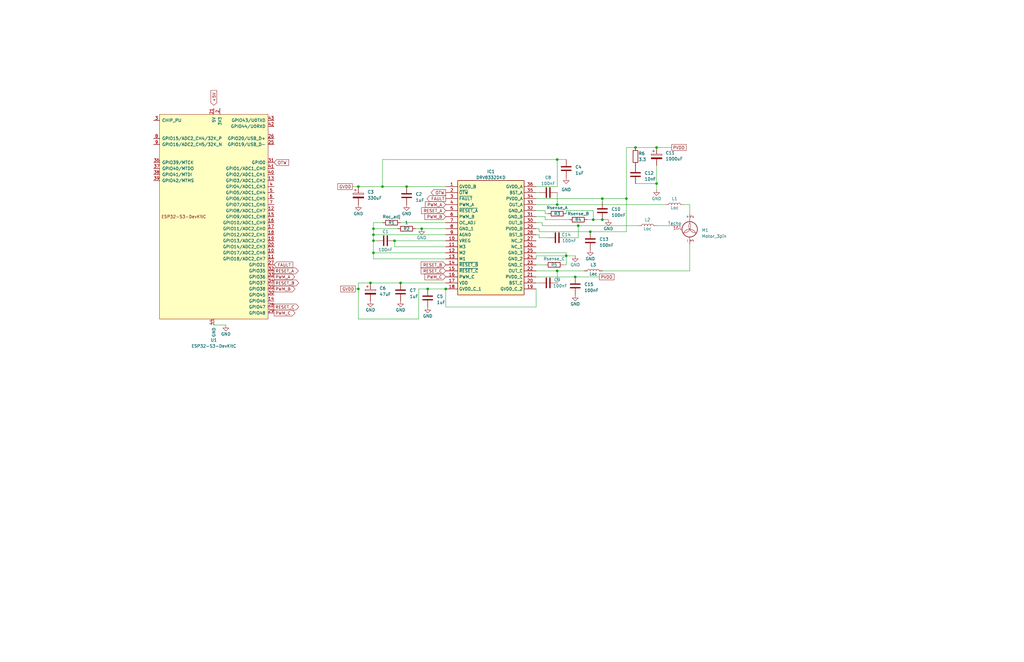
<source format=kicad_sch>
(kicad_sch (version 20230121) (generator eeschema)
  (paper "B")
  (lib_symbols
    (symbol "DRV8332DKD:DRV8332DKD"
      (property "Reference" "IC" (at 34.29 7.62 0))
      (property "Value" "DRV8332DKD" (at 34.29 5.08 0))
      (symbol "DRV8332DKD_1_1"
        (rectangle (start 5.08 2.54) (end 33.02 -45.72) (stroke (width 0.254)) (fill (type background)))
        (pin passive line (at 0 0 0) (length 5.08) (name "GVDD_B") (number "1"))
        (pin passive line (at 0 -22.86 0) (length 5.08) (name "VREG") (number "10"))
        (pin passive line (at 0 -25.4 0) (length 5.08) (name "M3") (number "11"))
        (pin passive line (at 0 -27.94 0) (length 5.08) (name "M2") (number "12"))
        (pin passive line (at 0 -30.48 0) (length 5.08) (name "M1") (number "13"))
        (pin passive line (at 0 -33.02 0) (length 5.08) (name "~{RESET_B}") (number "14"))
        (pin passive line (at 0 -35.56 0) (length 5.08) (name "~{RESET_C}") (number "15"))
        (pin passive line (at 0 -38.1 0) (length 5.08) (name "PWM_C") (number "16"))
        (pin passive line (at 0 -40.64 0) (length 5.08) (name "VDD") (number "17"))
        (pin passive line (at 0 -43.18 0) (length 5.08) (name "GVDD_C_1") (number "18"))
        (pin passive line (at 38.1 -43.18 180) (length 5.08) (name "GVDD_C_2") (number "19"))
        (pin passive line (at 0 -2.54 0) (length 5.08) (name "~{OTW}") (number "2"))
        (pin passive line (at 38.1 -40.64 180) (length 5.08) (name "BST_C") (number "20"))
        (pin passive line (at 38.1 -38.1 180) (length 5.08) (name "PVDD_C") (number "21"))
        (pin passive line (at 38.1 -35.56 180) (length 5.08) (name "OUT_C") (number "22"))
        (pin passive line (at 38.1 -33.02 180) (length 5.08) (name "GND_C") (number "23"))
        (pin passive line (at 38.1 -30.48 180) (length 5.08) (name "GND_2") (number "24"))
        (pin passive line (at 38.1 -27.94 180) (length 5.08) (name "GND_3") (number "25"))
        (pin passive line (at 38.1 -25.4 180) (length 5.08) (name "NC_1") (number "26"))
        (pin passive line (at 38.1 -22.86 180) (length 5.08) (name "NC_2") (number "27"))
        (pin passive line (at 38.1 -20.32 180) (length 5.08) (name "BST_B") (number "28"))
        (pin passive line (at 38.1 -17.78 180) (length 5.08) (name "PVDD_B") (number "29"))
        (pin passive line (at 0 -5.08 0) (length 5.08) (name "~{FAULT}") (number "3"))
        (pin passive line (at 38.1 -15.24 180) (length 5.08) (name "OUT_B") (number "30"))
        (pin passive line (at 38.1 -12.7 180) (length 5.08) (name "GND_B") (number "31"))
        (pin passive line (at 38.1 -10.16 180) (length 5.08) (name "GND_A") (number "32"))
        (pin passive line (at 38.1 -7.62 180) (length 5.08) (name "OUT_A") (number "33"))
        (pin passive line (at 38.1 -5.08 180) (length 5.08) (name "PVDD_A") (number "34"))
        (pin passive line (at 38.1 -2.54 180) (length 5.08) (name "BST_A") (number "35"))
        (pin passive line (at 38.1 0 180) (length 5.08) (name "GVDD_A") (number "36"))
        (pin passive line (at 0 -7.62 0) (length 5.08) (name "PWM_A") (number "4"))
        (pin passive line (at 0 -10.16 0) (length 5.08) (name "~{RESET_A}") (number "5"))
        (pin passive line (at 0 -12.7 0) (length 5.08) (name "PWM_B") (number "6"))
        (pin passive line (at 0 -15.24 0) (length 5.08) (name "OC_ADJ") (number "7"))
        (pin passive line (at 0 -17.78 0) (length 5.08) (name "GND_1") (number "8"))
        (pin passive line (at 0 -20.32 0) (length 5.08) (name "AGND") (number "9"))
      )
    )
    (symbol "Device:C" (pin_numbers hide) (pin_names (offset 0.254))
      (property "Reference" "C" (at 0.635 2.54 0))
      (property "Value" "C" (at 0.635 -2.54 0))
      (symbol "C_0_1"
        (polyline (pts (xy -2.032 -0.762) (xy 2.032 -0.762)) (stroke (width 0.508)))
        (polyline (pts (xy -2.032 0.762) (xy 2.032 0.762)) (stroke (width 0.508)))
      )
      (symbol "C_1_1"
        (pin passive line (at 0 3.81 270) (length 2.794) (name "~") (number "1"))
        (pin passive line (at 0 -3.81 90) (length 2.794) (name "~") (number "2"))
      )
    )
    (symbol "Device:C_Polarized" (pin_numbers hide) (pin_names (offset 0.254))
      (property "Reference" "C" (at 0.635 2.54 0))
      (property "Value" "C_Polarized" (at 0.635 -2.54 0))
      (symbol "C_Polarized_0_1"
        (rectangle (start -2.286 0.508) (end 2.286 1.016))
        (polyline (pts (xy -1.778 2.286) (xy -0.762 2.286)))
        (polyline (pts (xy -1.27 2.794) (xy -1.27 1.778)))
        (rectangle (start 2.286 -0.508) (end -2.286 -1.016) (fill (type outline)))
      )
      (symbol "C_Polarized_1_1"
        (pin passive line (at 0 3.81 270) (length 2.794) (name "~") (number "1"))
        (pin passive line (at 0 -3.81 90) (length 2.794) (name "~") (number "2"))
      )
    )
    (symbol "Device:L" (pin_numbers hide) (pin_names (offset 1.016) hide)
      (property "Reference" "L" (at -1.27 0 90))
      (property "Value" "L" (at 1.905 0 90))
      (symbol "L_0_1"
        (arc (start 0 -2.54) (mid 0.6323 -1.905) (end 0 -1.27))
        (arc (start 0 -1.27) (mid 0.6323 -0.635) (end 0 0))
        (arc (start 0 0) (mid 0.6323 0.635) (end 0 1.27))
        (arc (start 0 1.27) (mid 0.6323 1.905) (end 0 2.54))
      )
      (symbol "L_1_1"
        (pin passive line (at 0 3.81 270) (length 1.27) (name "1") (number "1"))
        (pin passive line (at 0 -3.81 90) (length 1.27) (name "2") (number "2"))
      )
    )
    (symbol "Device:R" (pin_numbers hide) (pin_names (offset 0))
      (property "Reference" "R" (at 2.032 0 90))
      (property "Value" "R" (at 0 0 90))
      (symbol "R_0_1"
        (rectangle (start -1.016 -2.54) (end 1.016 2.54) (stroke (width 0.254)))
      )
      (symbol "R_1_1"
        (pin passive line (at 0 3.81 270) (length 1.27) (name "~") (number "1"))
        (pin passive line (at 0 -3.81 90) (length 1.27) (name "~") (number "2"))
      )
    )
    (symbol "Espressif:ESP32-S3-DevKitC" (pin_names (offset 1.016))
      (property "Reference" "U" (at -22.86 48.26 0))
      (property "Value" "ESP32-S3-DevKitC" (at -22.86 45.72 0))
      (symbol "ESP32-S3-DevKitC_0_0"
        (text "ESP32-S3-DevKitC" (at -12.7 0 0) (effects (font (size 1.27 1.27))))
        (pin bidirectional line (at 25.4 -35.56 180) (length 2.54) (name "GPIO46") (number "14"))
        (pin bidirectional line (at 25.4 -10.16 180) (length 2.54) (name "GPIO13/ADC2_CH2") (number "19"))
        (pin bidirectional line (at -25.4 15.24 0) (length 2.54) (name "GPIO42/MTMS") (number "39"))
        (pin bidirectional line (at 25.4 17.78 180) (length 2.54) (name "GPIO2/ADC1_CH1") (number "40"))
        (pin bidirectional line (at 25.4 20.32 180) (length 2.54) (name "GPIO1/ADC1_CH0") (number "41"))
        (pin bidirectional line (at 25.4 38.1 180) (length 2.54) (name "GPIO44/U0RXD") (number "42"))
        (pin bidirectional line (at 25.4 40.64 180) (length 2.54) (name "GPIO43/U0TXD") (number "43"))
        (pin power_in line (at 0 -43.18 270) (length 2.54) (name "GND") (number "44"))
      )
      (symbol "ESP32-S3-DevKitC_0_1"
        (rectangle (start -22.86 43.18) (end 22.86 -43.18) (fill (type background)))
        (pin power_in line (at 2.54 45.72 270) (length 2.54) (name "3V3") (number "2"))
      )
      (symbol "ESP32-S3-DevKitC_1_1"
        (pin passive line (at 2.54 45.72 270) (length 2.54) hide (name "3V3") (number "1"))
        (pin bidirectional line (at 25.4 -15.24 180) (length 2.54) (name "GPIO17/ADC2_CH6") (number "10"))
        (pin bidirectional line (at 25.4 -17.78 180) (length 2.54) (name "GPIO18/ADC2_CH7") (number "11"))
        (pin bidirectional line (at 25.4 2.54 180) (length 2.54) (name "GPIO8/ADC1_CH7") (number "12"))
        (pin bidirectional line (at 25.4 15.24 180) (length 2.54) (name "GPIO3/ADC1_CH2") (number "13"))
        (pin bidirectional line (at 25.4 0 180) (length 2.54) (name "GPIO9/ADC1_CH8") (number "15"))
        (pin bidirectional line (at 25.4 -2.54 180) (length 2.54) (name "GPIO10/ADC1_CH9") (number "16"))
        (pin bidirectional line (at 25.4 -5.08 180) (length 2.54) (name "GPIO11/ADC2_CH0") (number "17"))
        (pin bidirectional line (at 25.4 -7.62 180) (length 2.54) (name "GPIO12/ADC2_CH1") (number "18"))
        (pin bidirectional line (at 25.4 -12.7 180) (length 2.54) (name "GPIO14/ADC2_CH3") (number "20"))
        (pin power_in line (at 0 45.72 270) (length 2.54) (name "5V") (number "21"))
        (pin passive line (at 0 -43.18 270) (length 2.54) hide (name "GND") (number "22"))
        (pin passive line (at 0 -43.18 270) (length 2.54) hide (name "GND") (number "23"))
        (pin passive line (at 0 -43.18 270) (length 2.54) hide (name "GND") (number "24"))
        (pin bidirectional line (at 25.4 30.48 180) (length 2.54) (name "GPIO19/USB_D-") (number "25"))
        (pin bidirectional line (at 25.4 33.02 180) (length 2.54) (name "GPIO20/USB_D+") (number "26"))
        (pin bidirectional line (at 25.4 -20.32 180) (length 2.54) (name "GPIO21") (number "27"))
        (pin bidirectional line (at 25.4 -38.1 180) (length 2.54) (name "GPIO47") (number "28"))
        (pin bidirectional line (at 25.4 -40.64 180) (length 2.54) (name "GPIO48") (number "29"))
        (pin input line (at -25.4 40.64 0) (length 2.54) (name "CHIP_PU") (number "3"))
        (pin bidirectional line (at 25.4 -33.02 180) (length 2.54) (name "GPIO45") (number "30"))
        (pin bidirectional line (at 25.4 22.86 180) (length 2.54) (name "GPIO0") (number "31"))
        (pin bidirectional line (at 25.4 -22.86 180) (length 2.54) (name "GPIO35") (number "32"))
        (pin bidirectional line (at 25.4 -25.4 180) (length 2.54) (name "GPIO36") (number "33"))
        (pin bidirectional line (at 25.4 -27.94 180) (length 2.54) (name "GPIO37") (number "34"))
        (pin bidirectional line (at 25.4 -30.48 180) (length 2.54) (name "GPIO38") (number "35"))
        (pin bidirectional line (at -25.4 22.86 0) (length 2.54) (name "GPIO39/MTCK") (number "36"))
        (pin bidirectional line (at -25.4 20.32 0) (length 2.54) (name "GPIO40/MTDO") (number "37"))
        (pin bidirectional line (at -25.4 17.78 0) (length 2.54) (name "GPIO41/MTDI") (number "38"))
        (pin bidirectional line (at 25.4 12.7 180) (length 2.54) (name "GPIO4/ADC1_CH3") (number "4"))
        (pin bidirectional line (at 25.4 10.16 180) (length 2.54) (name "GPIO5/ADC1_CH4") (number "5"))
        (pin bidirectional line (at 25.4 7.62 180) (length 2.54) (name "GPIO6/ADC1_CH5") (number "6"))
        (pin bidirectional line (at 25.4 5.08 180) (length 2.54) (name "GPIO7/ADC1_CH6") (number "7"))
        (pin bidirectional line (at -25.4 33.02 0) (length 2.54) (name "GPIO15/ADC2_CH4/32K_P") (number "8"))
        (pin bidirectional line (at -25.4 30.48 0) (length 2.54) (name "GPIO16/ADC2_CH5/32K_N") (number "9"))
      )
    )
    (symbol "Motor:Fan_3pin" (pin_names (offset 0))
      (property "Reference" "M" (at 2.54 2.54 0))
      (property "Value" "Fan_3pin" (at 2.54 -5.08 0))
      (symbol "Fan_3pin_0_0"
        (arc (start -5.588 -1.016) (mid -5.08 -1.5218) (end -4.572 -1.016))
        (arc (start -5.08 -0.508) (mid -5.4392 -0.6568) (end -5.588 -1.016))
        (polyline (pts (xy -5.08 -0.508) (xy -5.334 -0.381)))
        (polyline (pts (xy -5.08 -0.508) (xy -5.207 -0.762)))
        (polyline (pts (xy -4.064 0) (xy -4.064 -1.524) (xy -3.302 -1.524)))
      )
      (symbol "Fan_3pin_0_1"
        (arc (start -2.54 -3.048) (mid 0.0028 -1.6279) (end 0 1.27))
        (circle (center 0 -1.524) (radius 3.2512) (stroke (width 0.254)))
        (polyline (pts (xy -4.064 0) (xy -5.08 0)))
        (polyline (pts (xy 0 -7.62) (xy 0 -7.112)))
        (polyline (pts (xy 0 -4.7752) (xy 0 -5.1816)))
        (polyline (pts (xy 0 1.7272) (xy 0 2.0828)))
        (polyline (pts (xy 0 2.032) (xy 0 2.54)))
        (arc (start 0 1.27) (mid 0.053 -1.619) (end 2.54 -3.048))
        (arc (start 2.54 -3.048) (mid 0 -1.4782) (end -2.54 -3.048))
      )
      (symbol "Fan_3pin_1_1"
        (pin passive line (at -7.62 0 0) (length 2.54) (name "Tacho") (number "1"))
        (pin passive line (at 0 5.08 270) (length 2.54) (name "+") (number "2"))
        (pin passive line (at 0 -7.62 90) (length 2.54) (name "-") (number "3"))
      )
    )
    (symbol "power:GND" (power) (pin_names (offset 0))
      (property "Value" "GND" (at 0 -3.81 0))
      (symbol "GND_0_1"
        (polyline (pts (xy 0 0) (xy 0 -1.27) (xy 1.27 -1.27) (xy 0 -2.54) (xy -1.27 -1.27) (xy 0 -1.27)))
      )
      (symbol "GND_1_1"
        (pin power_in line (at 0 0 270) (length 0) hide (name "GND") (number "1"))
      )
    )
  )
  (junction (at 254 83.82))
  (junction (at 180.34 121.92))
  (junction (at 166.37 101.6))
  (junction (at 242.57 116.84))
  (junction (at 157.48 101.6))
  (junction (at 243.84 95.25))
  (junction (at 157.48 106.68))
  (junction (at 156.21 119.38))
  (junction (at 264.16 83.82))
  (junction (at 187.96 121.92))
  (junction (at 168.91 119.38))
  (junction (at 276.86 62.23))
  (junction (at 157.48 99.06))
  (junction (at 248.92 97.79))
  (junction (at 171.45 78.74))
  (junction (at 234.95 86.36))
  (junction (at 250.19 92.71))
  (junction (at 151.13 121.92))
  (junction (at 267.97 62.23))
  (junction (at 151.13 78.74))
  (junction (at 238.76 107.95))
  (junction (at 234.95 114.3))
  (junction (at 234.95 67.31))
  (junction (at 161.29 78.74))
  (junction (at 254 92.71))
  (junction (at 157.48 96.52))
  (junction (at 177.8 96.52))
  (junction (at 276.86 77.47))
  (wire (pts (xy 227.33 100.33) (xy 227.33 99.06)))
  (wire (pts (xy 288.29 86.36) (xy 290.83 86.36)))
  (wire (pts (xy 234.95 86.36) (xy 280.67 86.36)))
  (wire (pts (xy 226.06 78.74) (xy 234.95 78.74)))
  (wire (pts (xy 229.87 90.17) (xy 231.14 90.17)))
  (wire (pts (xy 226.06 83.82) (xy 254 83.82)))
  (wire (pts (xy 180.34 124.46) (xy 180.34 121.92)))
  (wire (pts (xy 267.97 77.47) (xy 276.86 77.47)))
  (wire (pts (xy 168.91 93.98) (xy 187.96 93.98)))
  (wire (pts (xy 187.96 121.92) (xy 187.96 129.54)))
  (wire (pts (xy 276.86 77.47) (xy 276.86 80.01)))
  (wire (pts (xy 168.91 119.38) (xy 187.96 119.38)))
  (wire (pts (xy 226.06 86.36) (xy 234.95 86.36)))
  (wire (pts (xy 228.6 95.25) (xy 243.84 95.25)))
  (wire (pts (xy 157.48 96.52) (xy 157.48 93.98)))
  (wire (pts (xy 166.37 101.6) (xy 187.96 101.6)))
  (wire (pts (xy 276.86 62.23) (xy 283.21 62.23)))
  (wire (pts (xy 227.33 96.52) (xy 227.33 97.79)))
  (wire (pts (xy 151.13 119.38) (xy 151.13 121.92)))
  (wire (pts (xy 276.86 69.85) (xy 276.86 77.47)))
  (wire (pts (xy 231.14 100.33) (xy 227.33 100.33)))
  (wire (pts (xy 238.76 107.95) (xy 238.76 111.76)))
  (wire (pts (xy 250.19 88.9) (xy 250.19 92.71)))
  (wire (pts (xy 171.45 78.74) (xy 187.96 78.74)))
  (wire (pts (xy 234.95 67.31) (xy 238.76 67.31)))
  (wire (pts (xy 157.48 93.98) (xy 161.29 93.98)))
  (wire (pts (xy 267.97 62.23) (xy 276.86 62.23)))
  (wire (pts (xy 226.06 81.28) (xy 227.33 81.28)))
  (wire (pts (xy 226.06 129.54) (xy 187.96 129.54)))
  (wire (pts (xy 264.16 97.79) (xy 264.16 83.82)))
  (wire (pts (xy 248.92 97.79) (xy 264.16 97.79)))
  (wire (pts (xy 254 85.09) (xy 254 83.82)))
  (wire (pts (xy 180.34 121.92) (xy 187.96 121.92)))
  (wire (pts (xy 238.76 88.9) (xy 238.76 90.17)))
  (wire (pts (xy 226.06 121.92) (xy 226.06 129.54)))
  (wire (pts (xy 234.95 78.74) (xy 234.95 67.31)))
  (wire (pts (xy 226.06 106.68) (xy 238.76 106.68)))
  (wire (pts (xy 157.48 109.22) (xy 187.96 109.22)))
  (wire (pts (xy 234.95 114.3) (xy 246.38 114.3)))
  (wire (pts (xy 226.06 116.84) (xy 242.57 116.84)))
  (wire (pts (xy 151.13 119.38) (xy 156.21 119.38)))
  (wire (pts (xy 157.48 109.22) (xy 157.48 106.68)))
  (wire (pts (xy 238.76 88.9) (xy 250.19 88.9)))
  (wire (pts (xy 157.48 101.6) (xy 158.75 101.6)))
  (wire (pts (xy 166.37 104.14) (xy 166.37 101.6)))
  (wire (pts (xy 151.13 134.62) (xy 176.53 134.62)))
  (wire (pts (xy 250.19 92.71) (xy 247.65 92.71)))
  (wire (pts (xy 177.8 96.52) (xy 187.96 96.52)))
  (wire (pts (xy 157.48 99.06) (xy 157.48 96.52)))
  (wire (pts (xy 254 114.3) (xy 290.83 114.3)))
  (wire (pts (xy 157.48 99.06) (xy 187.96 99.06)))
  (wire (pts (xy 166.37 104.14) (xy 187.96 104.14)))
  (wire (pts (xy 276.86 95.25) (xy 283.21 95.25)))
  (wire (pts (xy 243.84 95.25) (xy 243.84 100.33)))
  (wire (pts (xy 226.06 114.3) (xy 234.95 114.3)))
  (wire (pts (xy 229.87 90.17) (xy 229.87 88.9)))
  (wire (pts (xy 176.53 134.62) (xy 176.53 121.92)))
  (wire (pts (xy 161.29 67.31) (xy 161.29 78.74)))
  (wire (pts (xy 290.83 114.3) (xy 290.83 102.87)))
  (wire (pts (xy 149.86 121.92) (xy 151.13 121.92)))
  (wire (pts (xy 227.33 97.79) (xy 248.92 97.79)))
  (wire (pts (xy 228.6 93.98) (xy 228.6 95.25)))
  (wire (pts (xy 148.59 78.74) (xy 151.13 78.74)))
  (wire (pts (xy 157.48 106.68) (xy 187.96 106.68)))
  (wire (pts (xy 250.19 92.71) (xy 254 92.71)))
  (wire (pts (xy 151.13 121.92) (xy 151.13 134.62)))
  (wire (pts (xy 157.48 101.6) (xy 157.48 99.06)))
  (wire (pts (xy 254 83.82) (xy 264.16 83.82)))
  (wire (pts (xy 226.06 96.52) (xy 227.33 96.52)))
  (wire (pts (xy 267.97 62.23) (xy 264.16 62.23)))
  (wire (pts (xy 234.95 114.3) (xy 234.95 119.38)))
  (wire (pts (xy 254 92.71) (xy 256.54 92.71)))
  (wire (pts (xy 237.49 111.76) (xy 238.76 111.76)))
  (wire (pts (xy 226.06 119.38) (xy 227.33 119.38)))
  (wire (pts (xy 175.26 96.52) (xy 177.8 96.52)))
  (wire (pts (xy 151.13 78.74) (xy 161.29 78.74)))
  (wire (pts (xy 176.53 121.92) (xy 180.34 121.92)))
  (wire (pts (xy 226.06 107.95) (xy 226.06 109.22)))
  (wire (pts (xy 229.87 88.9) (xy 226.06 88.9)))
  (wire (pts (xy 238.76 100.33) (xy 243.84 100.33)))
  (wire (pts (xy 157.48 96.52) (xy 167.64 96.52)))
  (wire (pts (xy 227.33 99.06) (xy 226.06 99.06)))
  (wire (pts (xy 226.06 93.98) (xy 228.6 93.98)))
  (wire (pts (xy 238.76 106.68) (xy 238.76 107.95)))
  (wire (pts (xy 290.83 86.36) (xy 290.83 90.17)))
  (wire (pts (xy 157.48 106.68) (xy 157.48 101.6)))
  (wire (pts (xy 238.76 107.95) (xy 242.57 107.95)))
  (wire (pts (xy 90.17 137.16) (xy 95.25 137.16)))
  (wire (pts (xy 234.95 86.36) (xy 234.95 81.28)))
  (wire (pts (xy 229.87 92.71) (xy 240.03 92.71)))
  (wire (pts (xy 226.06 111.76) (xy 229.87 111.76)))
  (wire (pts (xy 226.06 91.44) (xy 229.87 91.44)))
  (wire (pts (xy 226.06 107.95) (xy 238.76 107.95)))
  (wire (pts (xy 229.87 91.44) (xy 229.87 92.71)))
  (wire (pts (xy 242.57 116.84) (xy 252.73 116.84)))
  (wire (pts (xy 264.16 62.23) (xy 264.16 83.82)))
  (wire (pts (xy 156.21 119.38) (xy 168.91 119.38)))
  (wire (pts (xy 243.84 95.25) (xy 269.24 95.25)))
  (wire (pts (xy 161.29 78.74) (xy 171.45 78.74)))
  (wire (pts (xy 234.95 67.31) (xy 161.29 67.31)))
  (global_label "GVDD" (shape passive) (at 149.86 121.92 180) (property "Intersheetrefs" "${INTERSHEET_REFS}" (effects hide)))
  (global_label "PWM_C" (shape input) (at 187.96 116.84 180) (property "Intersheetrefs" "${INTERSHEET_REFS}" (effects hide)))
  (global_label "RESET_C" (shape output) (at 115.57 129.54 0) (property "Intersheetrefs" "${INTERSHEET_REFS}" (effects hide)))
  (global_label "PVDD" (shape passive) (at 283.21 62.23 0) (property "Intersheetrefs" "${INTERSHEET_REFS}" (effects hide)))
  (global_label "PWM_B" (shape output) (at 115.57 121.92 0) (property "Intersheetrefs" "${INTERSHEET_REFS}" (effects hide)))
  (global_label "PWM_B" (shape input) (at 187.96 91.44 180) (property "Intersheetrefs" "${INTERSHEET_REFS}" (effects hide)))
  (global_label "RESET_A" (shape input) (at 187.96 88.9 180) (property "Intersheetrefs" "${INTERSHEET_REFS}" (effects hide)))
  (global_label "PWM_A" (shape input) (at 187.96 86.36 180) (property "Intersheetrefs" "${INTERSHEET_REFS}" (effects hide)))
  (global_label "RESET_B" (shape output) (at 115.57 119.38 0) (property "Intersheetrefs" "${INTERSHEET_REFS}" (effects hide)))
  (global_label "OTW" (shape output) (at 187.96 81.28 180) (property "Intersheetrefs" "${INTERSHEET_REFS}" (effects hide)))
  (global_label "RESET_A" (shape output) (at 115.57 114.3 0) (property "Intersheetrefs" "${INTERSHEET_REFS}" (effects hide)))
  (global_label "OTW" (shape input) (at 115.57 68.58 0) (property "Intersheetrefs" "${INTERSHEET_REFS}" (effects hide)))
  (global_label "PWM_C" (shape output) (at 115.57 132.08 0) (property "Intersheetrefs" "${INTERSHEET_REFS}" (effects hide)))
  (global_label "RESET_B" (shape input) (at 187.96 111.76 180) (property "Intersheetrefs" "${INTERSHEET_REFS}" (effects hide)))
  (global_label "PWM_A" (shape output) (at 115.57 116.84 0) (property "Intersheetrefs" "${INTERSHEET_REFS}" (effects hide)))
  (global_label "PVDD" (shape passive) (at 252.73 116.84 0) (property "Intersheetrefs" "${INTERSHEET_REFS}" (effects hide)))
  (global_label "FAULT" (shape output) (at 187.96 83.82 180) (property "Intersheetrefs" "${INTERSHEET_REFS}" (effects hide)))
  (global_label "RESET_C" (shape input) (at 187.96 114.3 180) (property "Intersheetrefs" "${INTERSHEET_REFS}" (effects hide)))
  (global_label "GVDD" (shape passive) (at 148.59 78.74 180) (property "Intersheetrefs" "${INTERSHEET_REFS}" (effects hide)))
  (global_label "FAULT" (shape input) (at 115.57 111.76 0) (property "Intersheetrefs" "${INTERSHEET_REFS}" (effects hide)))
  (global_label "+5V" (shape input) (at 90.17 44.45 90) (property "Intersheetrefs" "${INTERSHEET_REFS}" (effects hide)))
  (symbol (lib_id "Device:C") (at 248.92 101.6 0) (unit 1)
    (property "Reference" "C13" (at 252.73 100.965 0) (effects (justify left)))
    (property "Value" "100nF" (at 252.73 103.505 0) (effects (justify left)))
  )
  (symbol (lib_id "power:GND") (at 151.13 86.36 0) (unit 1)
    (property "Reference" "#PWR02" (effects hide))
    (property "Value" "GND" (at 151.13 90.17 0))
  )
  (symbol (lib_id "power:GND") (at 180.34 129.54 0) (unit 1)
    (property "Reference" "#PWR05" (effects hide))
    (property "Value" "GND" (at 180.34 133.35 0))
  )
  (symbol (lib_id "Device:C") (at 238.76 71.12 0) (unit 1)
    (property "Reference" "C4" (at 242.57 70.485 0) (effects (justify left)))
    (property "Value" "1uF" (at 242.57 73.025 0) (effects (justify left)))
  )
  (symbol (lib_id "Device:R") (at 267.97 66.04 0) (unit 1)
    (property "Reference" "R6" (at 269.24 64.77 0) (effects (justify left)))
    (property "Value" "3.3" (at 269.24 67.31 0) (effects (justify left)))
  )
  (symbol (lib_id "Motor:Fan_3pin") (at 290.83 95.25 0) (unit 1)
    (property "Reference" "M1" (at 295.91 97.155 0) (effects (justify left)))
    (property "Value" "Motor_3pin" (at 295.91 99.695 0) (effects (justify left)))
    (property "Datasheet" "http://www.hardwarecanucks.com/forum/attachments/new-builds/16287d1330775095-help-chassis-power-fan-connectors-motherboard-asus_p8z68.jpg" (effects hide))
  )
  (symbol (lib_id "Device:R") (at 171.45 96.52 90) (unit 1)
    (property "Reference" "R2" (at 171.45 96.52 90))
    (property "Value" "1" (at 171.45 93.98 90))
  )
  (symbol (lib_id "power:GND") (at 171.45 86.36 0) (unit 1)
    (property "Reference" "#PWR03" (effects hide))
    (property "Value" "GND" (at 171.45 90.17 0))
  )
  (symbol (lib_id "Device:L") (at 250.19 114.3 90) (unit 1)
    (property "Reference" "L3" (at 250.19 111.76 90))
    (property "Value" "Loc" (at 250.19 115.57 90))
  )
  (symbol (lib_id "Device:C_Polarized") (at 276.86 66.04 0) (unit 1)
    (property "Reference" "C11" (at 280.67 64.516 0) (effects (justify left)))
    (property "Value" "1000uF" (at 280.67 67.056 0) (effects (justify left)))
  )
  (symbol (lib_id "Device:C") (at 231.14 81.28 90) (unit 1)
    (property "Reference" "C8" (at 231.14 74.93 90))
    (property "Value" "100nF" (at 231.14 77.47 90))
  )
  (symbol (lib_id "Device:C_Polarized") (at 151.13 82.55 0) (unit 1)
    (property "Reference" "C3" (at 154.94 81.026 0) (effects (justify left)))
    (property "Value" "330uF" (at 154.94 83.566 0) (effects (justify left)))
  )
  (symbol (lib_id "power:GND") (at 256.54 92.71 0) (unit 1)
    (property "Reference" "#PWR012" (effects hide))
    (property "Value" "GND" (at 256.54 96.52 0))
  )
  (symbol (lib_id "Device:R") (at 243.84 92.71 90) (unit 1)
    (property "Reference" "R4" (at 243.84 92.71 90))
    (property "Value" "Rsense_B" (at 243.84 90.17 90))
  )
  (symbol (lib_id "DRV8332DKD:DRV8332DKD") (at 187.96 78.74 0) (unit 1)
    (property "Reference" "IC1" (at 207.01 72.39 0))
    (property "Value" "DRV8332DKD" (at 207.01 74.93 0))
    (property "Footprint" "SOP65P1420X360-36N" (effects hide))
    (property "Datasheet" "http://www.ti.com/lit/gpn/drv8332" (effects hide))
    (property "Height" "3.6" (effects hide))
    (property "Manufacturer_Name" "Texas Instruments" (effects hide))
    (property "Manufacturer_Part_Number" "DRV8332DKD" (effects hide))
    (property "Mouser Part Number" "595-DRV8332DKD" (effects hide))
    (property "Mouser Price/Stock" "https://www.mouser.co.uk/ProductDetail/Texas-Instruments/DRV8332DKD?qs=GI4%2FryNtbd3ox%252B47ZthFxg%3D%3D" (effects hide))
    (property "Arrow Part Number" "DRV8332DKD" (effects hide))
    (property "Arrow Price/Stock" "https://www.arrow.com/en/products/drv8332dkd/texas-instruments" (effects hide))
  )
  (symbol (lib_id "Device:L") (at 284.48 86.36 90) (unit 1)
    (property "Reference" "L1" (at 284.48 83.82 90))
    (property "Value" "Loc" (at 284.48 87.63 90))
  )
  (symbol (lib_id "Device:C") (at 267.97 73.66 0) (unit 1)
    (property "Reference" "C12" (at 271.78 73.025 0) (effects (justify left)))
    (property "Value" "10nF" (at 271.78 75.565 0) (effects (justify left)))
  )
  (symbol (lib_id "Device:R") (at 234.95 90.17 90) (unit 1)
    (property "Reference" "R3" (at 234.95 90.17 90))
    (property "Value" "Rsense_A" (at 234.95 87.63 90))
  )
  (symbol (lib_id "Espressif:ESP32-S3-DevKitC") (at 90.17 91.44 0) (unit 1)
    (property "Reference" "U1" (at 90.17 143.51 0))
    (property "Value" "ESP32-S3-DevKitC" (at 90.17 146.05 0))
    (property "Footprint" "Espressif:ESP32-S3-DevKitC" (effects hide))
  )
  (symbol (lib_id "Device:L") (at 273.05 95.25 90) (unit 1)
    (property "Reference" "L2" (at 273.05 92.71 90))
    (property "Value" "Loc" (at 273.05 96.52 90))
  )
  (symbol (lib_id "power:GND") (at 242.57 107.95 0) (unit 1)
    (property "Reference" "#PWR08" (effects hide))
    (property "Value" "GND" (at 242.57 111.76 0))
  )
  (symbol (lib_id "Device:C") (at 254 88.9 0) (unit 1)
    (property "Reference" "C10" (at 257.81 88.265 0) (effects (justify left)))
    (property "Value" "100nF" (at 257.81 90.805 0) (effects (justify left)))
  )
  (symbol (lib_id "power:GND") (at 238.76 74.93 0) (unit 1)
    (property "Reference" "#PWR04" (effects hide))
    (property "Value" "GND" (at 238.76 80.01 0))
  )
  (symbol (lib_id "power:GND") (at 168.91 127 0) (unit 1)
    (property "Reference" "#PWR07" (effects hide))
    (property "Value" "GND" (at 168.91 130.81 0))
  )
  (symbol (lib_id "Device:C_Polarized") (at 156.21 123.19 0) (unit 1)
    (property "Reference" "C6" (at 160.02 121.666 0) (effects (justify left)))
    (property "Value" "47uF" (at 160.02 124.206 0) (effects (justify left)))
  )
  (symbol (lib_id "Device:C") (at 231.14 119.38 90) (unit 1)
    (property "Reference" "C9" (at 234.95 118.11 90))
    (property "Value" "100nF" (at 236.22 120.65 90))
  )
  (symbol (lib_id "power:GND") (at 177.8 96.52 0) (unit 1)
    (property "Reference" "#PWR01" (effects hide))
    (property "Value" "GND" (at 177.8 100.33 0))
  )
  (symbol (lib_id "Device:C") (at 242.57 120.65 0) (unit 1)
    (property "Reference" "C15" (at 246.38 120.015 0) (effects (justify left)))
    (property "Value" "100nF" (at 246.38 122.555 0) (effects (justify left)))
  )
  (symbol (lib_id "power:GND") (at 248.92 105.41 0) (unit 1)
    (property "Reference" "#PWR010" (effects hide))
    (property "Value" "GND" (at 248.92 109.22 0))
  )
  (symbol (lib_id "Device:C") (at 168.91 123.19 0) (unit 1)
    (property "Reference" "C7" (at 172.72 122.555 0) (effects (justify left)))
    (property "Value" "1uF" (at 172.72 125.095 0) (effects (justify left)))
  )
  (symbol (lib_id "Device:C") (at 234.95 100.33 90) (unit 1)
    (property "Reference" "C14" (at 238.76 99.06 90))
    (property "Value" "100nF" (at 240.03 101.6 90))
  )
  (symbol (lib_id "power:GND") (at 156.21 127 0) (unit 1)
    (property "Reference" "#PWR06" (effects hide))
    (property "Value" "GND" (at 156.21 130.81 0))
  )
  (symbol (lib_id "Device:C") (at 162.56 101.6 90) (unit 1)
    (property "Reference" "C1" (at 162.56 97.79 90))
    (property "Value" "100nF" (at 162.56 105.41 90))
  )
  (symbol (lib_id "Device:C") (at 180.34 125.73 0) (unit 1)
    (property "Reference" "C5" (at 184.15 125.095 0) (effects (justify left)))
    (property "Value" "1uF" (at 184.15 127.635 0) (effects (justify left)))
  )
  (symbol (lib_id "Device:R") (at 233.68 111.76 90) (unit 1)
    (property "Reference" "R5" (at 233.68 111.76 90))
    (property "Value" "Rsense_C" (at 233.68 109.22 90))
  )
  (symbol (lib_id "Device:C") (at 171.45 82.55 0) (unit 1)
    (property "Reference" "C2" (at 175.26 81.915 0) (effects (justify left)))
    (property "Value" "1uF" (at 175.26 84.455 0) (effects (justify left)))
  )
  (symbol (lib_id "Device:R") (at 165.1 93.98 90) (unit 1)
    (property "Reference" "R1" (at 165.1 93.98 90))
    (property "Value" "Roc_adj" (at 165.1 91.44 90))
  )
  (symbol (lib_id "power:GND") (at 276.86 80.01 0) (unit 1)
    (property "Reference" "#PWR09" (effects hide))
    (property "Value" "GND" (at 276.86 83.82 0))
  )
  (symbol (lib_id "power:GND") (at 242.57 124.46 0) (unit 1)
    (property "Reference" "#PWR011" (effects hide))
    (property "Value" "GND" (at 242.57 128.27 0))
  )
  (symbol (lib_id "power:GND") (at 95.25 137.16 0) (unit 1)
    (property "Reference" "#PWR013" (effects hide))
    (property "Value" "GND" (at 95.25 140.97 0))
  )
)
</source>
